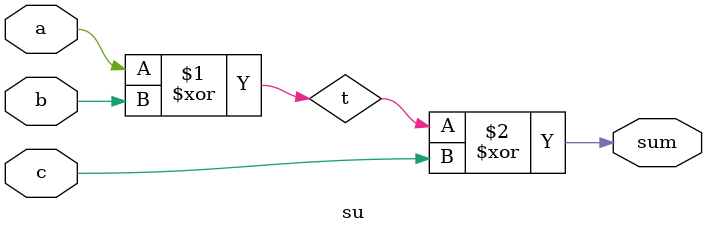
<source format=v>
module su(sum,a,b,c);
input a,b,c;
output sum;
wire t;
xor x1(t,a,b);
xor x2(sum,t,c);
endmodule

</source>
